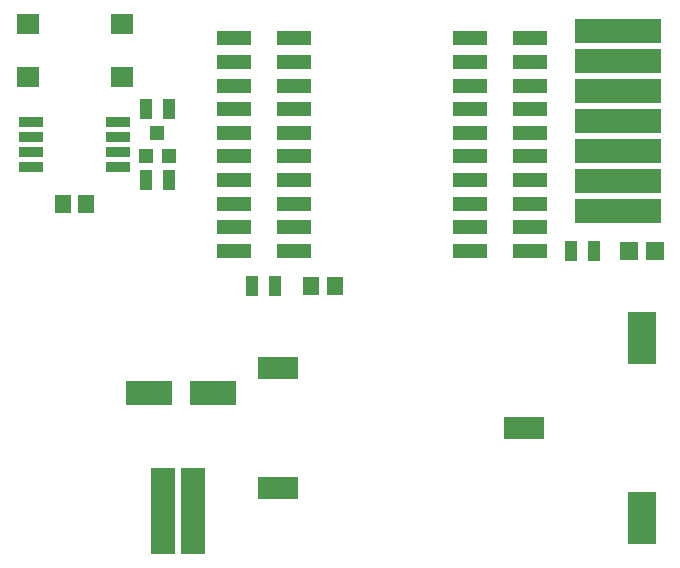
<source format=gts>
G04 #@! TF.FileFunction,Soldermask,Top*
%FSLAX46Y46*%
G04 Gerber Fmt 4.6, Leading zero omitted, Abs format (unit mm)*
G04 Created by KiCad (PCBNEW 4.0.7) date 10/30/17 13:40:03*
%MOMM*%
%LPD*%
G01*
G04 APERTURE LIST*
%ADD10C,0.100000*%
%ADD11R,3.400000X1.900000*%
%ADD12R,1.400000X1.650000*%
%ADD13R,3.900000X2.000000*%
%ADD14R,1.200000X1.300000*%
%ADD15R,1.100000X1.700000*%
%ADD16R,1.950000X1.700000*%
%ADD17R,2.940000X1.290000*%
%ADD18R,2.150000X0.950000*%
%ADD19R,1.600000X1.600000*%
%ADD20R,2.400000X4.400000*%
%ADD21R,7.400000X2.100000*%
%ADD22R,2.100000X7.400000*%
G04 APERTURE END LIST*
D10*
D11*
X169650000Y-106100000D03*
X148850000Y-111200000D03*
X148850000Y-101000000D03*
D12*
X132600000Y-87100000D03*
X130600000Y-87100000D03*
D13*
X143300000Y-103100000D03*
X137900000Y-103100000D03*
D12*
X151600000Y-94100000D03*
X153600000Y-94100000D03*
D14*
X137650000Y-83100000D03*
X139550000Y-83100000D03*
X138600000Y-81100000D03*
D15*
X139550000Y-85100000D03*
X137650000Y-85100000D03*
X139550000Y-79100000D03*
X137650000Y-79100000D03*
X146650000Y-94100000D03*
X148550000Y-94100000D03*
D16*
X127625000Y-71850000D03*
X135575000Y-71850000D03*
X127625000Y-76350000D03*
X135575000Y-76350000D03*
D17*
X150140000Y-73100000D03*
X165060000Y-73100000D03*
X145060000Y-73100000D03*
X170140000Y-73100000D03*
X145060000Y-75100000D03*
X150140000Y-75100000D03*
X145060000Y-77100000D03*
X150140000Y-77100000D03*
X145060000Y-79100000D03*
X150140000Y-79100000D03*
X145060000Y-81100000D03*
X150140000Y-81100000D03*
X145060000Y-83100000D03*
X150140000Y-83100000D03*
X145060000Y-85100000D03*
X150140000Y-85100000D03*
X145060000Y-87100000D03*
X150140000Y-87100000D03*
X145060000Y-89100000D03*
X150140000Y-89100000D03*
X145060000Y-91100000D03*
X150140000Y-91100000D03*
X165060000Y-91100000D03*
X170140000Y-91100000D03*
X165060000Y-89100000D03*
X170140000Y-89100000D03*
X165060000Y-87100000D03*
X170140000Y-87100000D03*
X165060000Y-85100000D03*
X170140000Y-85100000D03*
X165060000Y-83100000D03*
X170140000Y-83100000D03*
X165060000Y-81100000D03*
X170140000Y-81100000D03*
X165060000Y-79100000D03*
X170140000Y-79100000D03*
X165060000Y-77100000D03*
X170140000Y-77100000D03*
X165060000Y-75100000D03*
X170140000Y-75100000D03*
D18*
X135300000Y-84005000D03*
X135300000Y-82735000D03*
X135300000Y-81465000D03*
X135300000Y-80195000D03*
X127900000Y-80195000D03*
X127900000Y-81465000D03*
X127900000Y-82735000D03*
X127900000Y-84005000D03*
D19*
X178500000Y-91100000D03*
X180700000Y-91100000D03*
D15*
X175550000Y-91100000D03*
X173650000Y-91100000D03*
D20*
X179600000Y-98480000D03*
X179600000Y-113720000D03*
D21*
X177600000Y-87720000D03*
X177600000Y-85180000D03*
X177600000Y-82640000D03*
X177600000Y-80100000D03*
X177600000Y-77560000D03*
X177600000Y-75020000D03*
X177600000Y-72480000D03*
D22*
X141600000Y-113100000D03*
X139060000Y-113100000D03*
M02*

</source>
